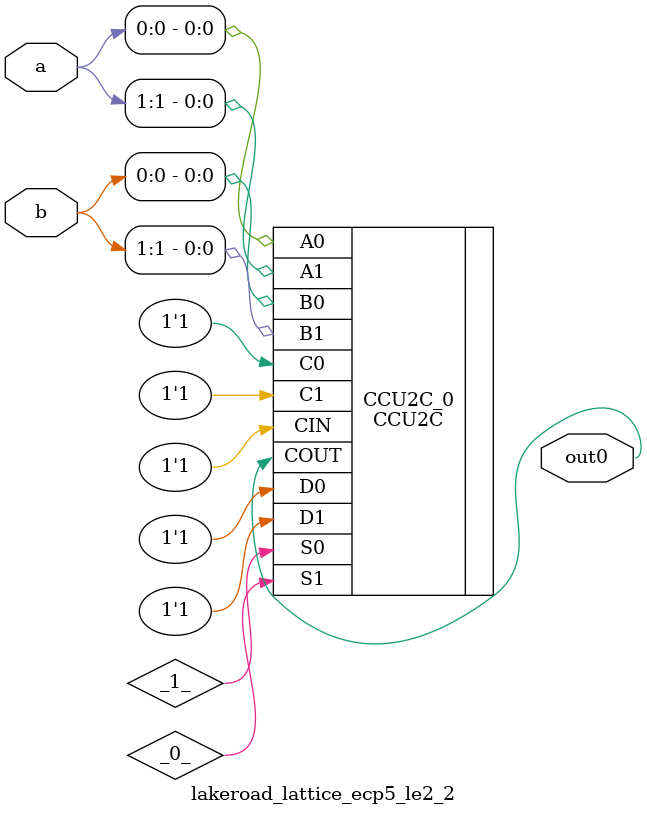
<source format=v>
/* Generated by Yosys 0.19 (git sha1 a45c131b37c, clang 13.1.6 -fPIC -Os) */

module lakeroad_lattice_ecp5_le2_2(a, b, out0);
  wire _0_;
  wire _1_;
  input [1:0] a;
  wire [1:0] a;
  input [1:0] b;
  wire [1:0] b;
  output out0;
  wire out0;
  CCU2C #(
    .INIT0(16'h900d),
    .INIT1(16'h900d),
    .INJECT1_0("NO"),
    .INJECT1_1("NO")
  ) CCU2C_0 (
    .A0(a[0]),
    .A1(a[1]),
    .B0(b[0]),
    .B1(b[1]),
    .C0(1'h1),
    .C1(1'h1),
    .CIN(1'h1),
    .COUT(out0),
    .D0(1'h1),
    .D1(1'h1),
    .S0(_1_),
    .S1(_0_)
  );
endmodule


</source>
